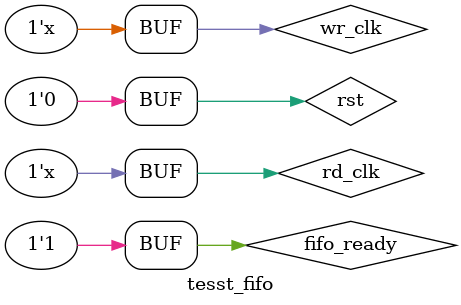
<source format=sv>
`timescale 1ns / 1ps

module tesst_fifo();

    logic wr_clk;
    logic full;
    logic [7:0] din;
    logic wr_en;
    logic rd_clk;
    logic empty;
    logic [7:0] dout;
    logic rd_en;
    
    logic rst;
    logic fifo_ready;
    
fifo_generator_0 fifo(
    .din(din),
    .wr_en(wr_en),   
    .empty(empty),
    .full(full),
    .dout(dout), 
    .rd_en(rd_en),
    .rst(rst),  
    .wr_clk(wr_clk),
    .rd_clk(rd_clk)   

);

initial begin
    rst = 0;
    wr_clk=0;
    rd_clk=0;
    fifo_ready=0;
    
    #50 rst =1;
    #50 rst =0;
    
    #200 fifo_ready = 1;
 end
 
 always begin
    #10
    wr_clk = ~wr_clk;
 end
 
 always begin
    #5
   rd_clk = ~rd_clk;
  end
  
  //¾²±âÀÛ¾÷
 always_ff @ (posedge wr_clk or posedge rst) begin  
    if(rst)begin
      din <= 0;
      wr_en  <=0;
    end else begin
        if(fifo_ready) begin
       din  <= din + 1;
       wr_en  <= 1;
     end
    end
 end
     
     
     //ÀÐ±âÀÛ¾÷
 always_ff @ (posedge rd_clk or posedge rst) begin  
    if(rst)begin      
       rd_en <=0;
     end else begin
        if(fifo_ready)
       rd_en <= 1;
     end
  end

endmodule

</source>
